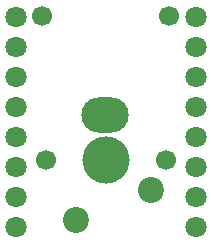
<source format=gbr>
%TF.GenerationSoftware,KiCad,Pcbnew,(5.99.0-13263-g43c85771eb)*%
%TF.CreationDate,2021-11-13T23:18:44+09:00*%
%TF.ProjectId,tinypicokey,74696e79-7069-4636-9f6b-65792e6b6963,rev?*%
%TF.SameCoordinates,Original*%
%TF.FileFunction,Soldermask,Bot*%
%TF.FilePolarity,Negative*%
%FSLAX46Y46*%
G04 Gerber Fmt 4.6, Leading zero omitted, Abs format (unit mm)*
G04 Created by KiCad (PCBNEW (5.99.0-13263-g43c85771eb)) date 2021-11-13 23:18:44*
%MOMM*%
%LPD*%
G01*
G04 APERTURE LIST*
%ADD10C,1.700000*%
%ADD11O,4.000000X3.000000*%
%ADD12C,4.000000*%
%ADD13C,2.200000*%
%ADD14C,1.800000*%
G04 APERTURE END LIST*
D10*
%TO.C,*%
X107696000Y-78994000D03*
%TD*%
D11*
%TO.C,SW1*%
X102280000Y-87360000D03*
D10*
X107400000Y-91170000D03*
X97240000Y-91170000D03*
D12*
X102320000Y-91170000D03*
D13*
X99780000Y-96250000D03*
X106130000Y-93710000D03*
%TD*%
D14*
%TO.C,U1*%
X94680000Y-79060000D03*
X94680000Y-81600000D03*
X94680000Y-84140000D03*
X94680000Y-86680000D03*
X94680000Y-89220000D03*
X94680000Y-91760000D03*
X94680000Y-94300000D03*
X94680000Y-96840000D03*
X109920000Y-96840000D03*
X109920000Y-94300000D03*
X109920000Y-91760000D03*
X109920000Y-89220000D03*
X109920000Y-86680000D03*
X109920000Y-84140000D03*
X109920000Y-81600000D03*
X109920000Y-79060000D03*
%TD*%
D10*
%TO.C,*%
X96901000Y-78994000D03*
%TD*%
M02*

</source>
